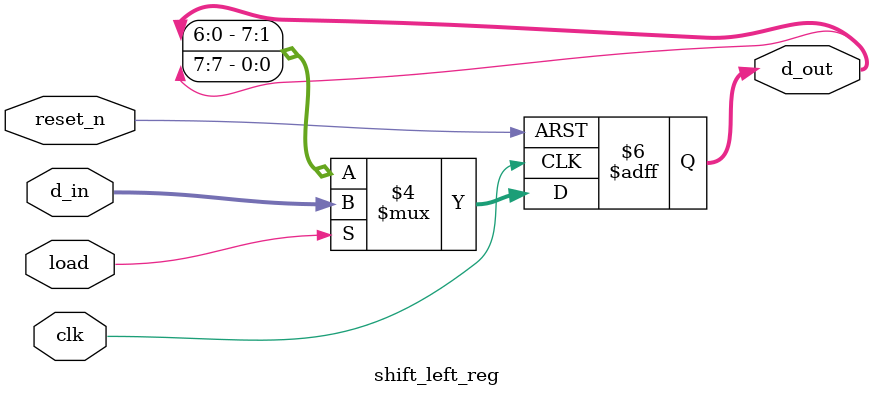
<source format=v>
`timescale 1ns / 1ps


module shift_left_reg(
                        input [7:0] d_in,
                        input load,
                        input clk,
                        input reset_n,
                        output reg [7:0] d_out
                        );
                        
        always@(posedge clk or negedge reset_n)
        begin
            if (!reset_n)
                d_out <= 8'b0000_0000;
            else if (load)
                d_out <= d_in;
            else
            begin
                d_out <= {d_out[6:0],d_out[7]};
            end
        end
endmodule

</source>
